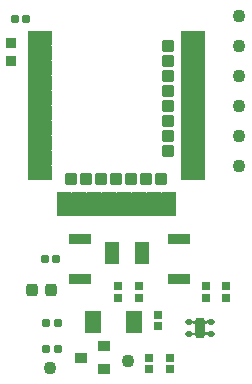
<source format=gbr>
G04 #@! TF.GenerationSoftware,KiCad,Pcbnew,7.0.1-0*
G04 #@! TF.CreationDate,2023-03-19T14:40:06+01:00*
G04 #@! TF.ProjectId,parasite,70617261-7369-4746-952e-6b696361645f,2.0.0*
G04 #@! TF.SameCoordinates,Original*
G04 #@! TF.FileFunction,Soldermask,Top*
G04 #@! TF.FilePolarity,Negative*
%FSLAX46Y46*%
G04 Gerber Fmt 4.6, Leading zero omitted, Abs format (unit mm)*
G04 Created by KiCad (PCBNEW 7.0.1-0) date 2023-03-19 14:40:06*
%MOMM*%
%LPD*%
G01*
G04 APERTURE LIST*
G04 Aperture macros list*
%AMRoundRect*
0 Rectangle with rounded corners*
0 $1 Rounding radius*
0 $2 $3 $4 $5 $6 $7 $8 $9 X,Y pos of 4 corners*
0 Add a 4 corners polygon primitive as box body*
4,1,4,$2,$3,$4,$5,$6,$7,$8,$9,$2,$3,0*
0 Add four circle primitives for the rounded corners*
1,1,$1+$1,$2,$3*
1,1,$1+$1,$4,$5*
1,1,$1+$1,$6,$7*
1,1,$1+$1,$8,$9*
0 Add four rect primitives between the rounded corners*
20,1,$1+$1,$2,$3,$4,$5,0*
20,1,$1+$1,$4,$5,$6,$7,0*
20,1,$1+$1,$6,$7,$8,$9,0*
20,1,$1+$1,$8,$9,$2,$3,0*%
G04 Aperture macros list end*
%ADD10RoundRect,0.051000X-0.850000X-0.400000X0.850000X-0.400000X0.850000X0.400000X-0.850000X0.400000X0*%
%ADD11RoundRect,0.198500X-0.172500X0.147500X-0.172500X-0.147500X0.172500X-0.147500X0.172500X0.147500X0*%
%ADD12RoundRect,0.198500X0.147500X0.172500X-0.147500X0.172500X-0.147500X-0.172500X0.147500X-0.172500X0*%
%ADD13RoundRect,0.051000X0.450000X0.400000X-0.450000X0.400000X-0.450000X-0.400000X0.450000X-0.400000X0*%
%ADD14RoundRect,0.198500X-0.147500X-0.172500X0.147500X-0.172500X0.147500X0.172500X-0.147500X0.172500X0*%
%ADD15C,1.102000*%
%ADD16RoundRect,0.198500X0.172500X-0.147500X0.172500X0.147500X-0.172500X0.147500X-0.172500X-0.147500X0*%
%ADD17RoundRect,0.051000X-0.500000X-0.900000X0.500000X-0.900000X0.500000X0.900000X-0.500000X0.900000X0*%
%ADD18RoundRect,0.269750X0.218750X0.256250X-0.218750X0.256250X-0.218750X-0.256250X0.218750X-0.256250X0*%
%ADD19RoundRect,0.138500X0.187500X0.087500X-0.187500X0.087500X-0.187500X-0.087500X0.187500X-0.087500X0*%
%ADD20RoundRect,0.226000X0.175000X0.625000X-0.175000X0.625000X-0.175000X-0.625000X0.175000X-0.625000X0*%
%ADD21RoundRect,0.051000X0.650000X0.850000X-0.650000X0.850000X-0.650000X-0.850000X0.650000X-0.850000X0*%
%ADD22RoundRect,0.051000X-1.000000X-0.500000X1.000000X-0.500000X1.000000X0.500000X-1.000000X0.500000X0*%
%ADD23RoundRect,0.051000X-0.500000X-1.000000X0.500000X-1.000000X0.500000X1.000000X-0.500000X1.000000X0*%
%ADD24RoundRect,0.051000X-0.450000X-0.450000X0.450000X-0.450000X0.450000X0.450000X-0.450000X0.450000X0*%
%ADD25RoundRect,0.051000X0.400000X-0.400000X0.400000X0.400000X-0.400000X0.400000X-0.400000X-0.400000X0*%
G04 APERTURE END LIST*
D10*
X63920000Y-48502000D03*
X63920000Y-51902000D03*
X72302000Y-51902000D03*
X72302000Y-48502000D03*
D11*
X69762000Y-58584000D03*
X69762000Y-59554000D03*
X71540000Y-58584000D03*
X71540000Y-59554000D03*
D12*
X62015000Y-57822000D03*
X61045000Y-57822000D03*
D13*
X65936000Y-59518000D03*
X65936000Y-57618000D03*
X63936000Y-58568000D03*
D14*
X61045000Y-55663000D03*
X62015000Y-55663000D03*
D15*
X77382000Y-34708000D03*
X77382000Y-37248000D03*
X67984000Y-58838000D03*
X61380000Y-59473000D03*
D12*
X61865000Y-50202000D03*
X60895000Y-50202000D03*
D16*
X70524000Y-55917000D03*
X70524000Y-54947000D03*
D17*
X69138500Y-49694000D03*
X66638500Y-49694000D03*
D18*
X61405500Y-52869000D03*
X59830500Y-52869000D03*
D11*
X68884500Y-52534000D03*
X68884500Y-53504000D03*
D16*
X67106500Y-53481000D03*
X67106500Y-52511000D03*
D11*
X74588000Y-52534000D03*
X74588000Y-53504000D03*
D16*
X76239000Y-53504000D03*
X76239000Y-52534000D03*
D19*
X75005000Y-56544000D03*
X75005000Y-55544000D03*
X73155000Y-55544000D03*
X73155000Y-56544000D03*
D20*
X74080000Y-56044000D03*
D21*
X68492000Y-55536000D03*
X64992000Y-55536000D03*
D15*
X77382000Y-42328000D03*
D22*
X60468000Y-31542550D03*
X60468000Y-32812550D03*
X60468000Y-34082550D03*
X60468000Y-35352550D03*
X60468000Y-36622550D03*
X60468000Y-37892550D03*
X60468000Y-39162550D03*
X60468000Y-40432550D03*
X60468000Y-41702550D03*
X60468000Y-42972550D03*
D23*
X62528000Y-45572550D03*
D24*
X63158000Y-43472550D03*
D23*
X63798000Y-45572550D03*
D24*
X64428000Y-43472550D03*
D23*
X65068000Y-45572550D03*
D24*
X65698000Y-43472550D03*
D23*
X66338000Y-45572550D03*
D24*
X66968000Y-43472550D03*
D23*
X67608000Y-45572550D03*
D24*
X68238000Y-43472550D03*
D23*
X68878000Y-45572550D03*
D24*
X69508000Y-43472550D03*
D23*
X70148000Y-45572550D03*
D24*
X70778000Y-43472550D03*
D23*
X71418000Y-45572550D03*
D22*
X73468000Y-42972550D03*
X73468000Y-41702550D03*
D24*
X71368000Y-41067550D03*
D22*
X73468000Y-40432550D03*
D24*
X71368000Y-39797550D03*
D22*
X73468000Y-39162550D03*
D24*
X71368000Y-38527550D03*
D22*
X73468000Y-37892550D03*
D24*
X71368000Y-37257550D03*
D22*
X73468000Y-36622550D03*
D24*
X71368000Y-35987550D03*
D22*
X73468000Y-35352550D03*
D24*
X71368000Y-34717550D03*
D22*
X73468000Y-34082550D03*
D24*
X71368000Y-33447550D03*
D22*
X73468000Y-32812550D03*
D24*
X71368000Y-32177550D03*
D22*
X73468000Y-31542550D03*
D12*
X59325000Y-29882000D03*
X58355000Y-29882000D03*
D25*
X58078000Y-33426000D03*
X58078000Y-31926000D03*
D15*
X77382000Y-32168000D03*
X77382000Y-29628000D03*
X77362000Y-39788000D03*
G36*
X74657585Y-56452044D02*
G01*
X74686656Y-56408537D01*
X74688188Y-56407652D01*
X74689823Y-56408329D01*
X74690281Y-56410038D01*
X74681000Y-56456699D01*
X74681000Y-56631301D01*
X74690280Y-56677956D01*
X74689822Y-56679665D01*
X74688187Y-56680342D01*
X74686655Y-56679457D01*
X74648026Y-56621645D01*
X74483172Y-56658890D01*
X74482979Y-56660221D01*
X74481829Y-56661753D01*
X74479918Y-56661615D01*
X74479000Y-56659933D01*
X74479000Y-56400566D01*
X74479809Y-56398960D01*
X74481581Y-56398652D01*
X74657585Y-56452044D01*
G37*
G36*
X73473344Y-55408543D02*
G01*
X73511968Y-55466348D01*
X73676814Y-55429117D01*
X73677021Y-55427699D01*
X73678172Y-55426168D01*
X73680082Y-55426306D01*
X73681000Y-55427988D01*
X73681000Y-56659992D01*
X73680082Y-56661674D01*
X73678172Y-56661812D01*
X73677021Y-56660280D01*
X73676817Y-56658882D01*
X73511967Y-56621648D01*
X73473345Y-56679452D01*
X73471813Y-56680337D01*
X73470178Y-56679660D01*
X73469720Y-56677951D01*
X73479000Y-56631301D01*
X73479000Y-56456699D01*
X73469719Y-56410045D01*
X73470177Y-56408336D01*
X73471812Y-56407659D01*
X73473344Y-56408544D01*
X73502409Y-56452044D01*
X73677000Y-56399084D01*
X73677000Y-55688916D01*
X73502409Y-55635955D01*
X73473345Y-55679454D01*
X73471813Y-55680339D01*
X73470178Y-55679662D01*
X73469720Y-55677953D01*
X73479000Y-55631301D01*
X73479000Y-55456699D01*
X73469719Y-55410044D01*
X73470177Y-55408335D01*
X73471812Y-55407658D01*
X73473344Y-55408543D01*
G37*
G36*
X74689822Y-55408333D02*
G01*
X74690280Y-55410042D01*
X74681000Y-55456699D01*
X74681000Y-55631301D01*
X74690280Y-55677955D01*
X74689822Y-55679664D01*
X74688187Y-55680341D01*
X74686655Y-55679456D01*
X74657588Y-55635953D01*
X74481581Y-55689345D01*
X74479809Y-55689037D01*
X74479000Y-55687431D01*
X74479000Y-55428067D01*
X74479918Y-55426385D01*
X74481829Y-55426247D01*
X74482979Y-55427779D01*
X74483172Y-55429109D01*
X74648026Y-55466354D01*
X74686655Y-55408541D01*
X74688187Y-55407656D01*
X74689822Y-55408333D01*
G37*
G36*
X70871161Y-44557867D02*
G01*
X70871619Y-44559576D01*
X70869000Y-44572749D01*
X70869000Y-46572351D01*
X70871618Y-46585517D01*
X70871160Y-46587226D01*
X70869525Y-46587903D01*
X70867993Y-46587018D01*
X70848746Y-46558211D01*
X70717254Y-46558211D01*
X70698006Y-46587017D01*
X70696474Y-46587902D01*
X70694839Y-46587225D01*
X70694381Y-46585516D01*
X70697000Y-46572351D01*
X70697000Y-44572749D01*
X70694380Y-44559577D01*
X70694838Y-44557868D01*
X70696473Y-44557191D01*
X70698005Y-44558076D01*
X70717256Y-44586888D01*
X70848744Y-44586888D01*
X70867994Y-44558075D01*
X70869526Y-44557190D01*
X70871161Y-44557867D01*
G37*
G36*
X69601161Y-44557867D02*
G01*
X69601619Y-44559576D01*
X69599000Y-44572749D01*
X69599000Y-46572351D01*
X69601618Y-46585517D01*
X69601160Y-46587226D01*
X69599525Y-46587903D01*
X69597993Y-46587018D01*
X69578746Y-46558211D01*
X69447254Y-46558211D01*
X69428006Y-46587017D01*
X69426474Y-46587902D01*
X69424839Y-46587225D01*
X69424381Y-46585516D01*
X69427000Y-46572351D01*
X69427000Y-44572749D01*
X69424380Y-44559577D01*
X69424838Y-44557868D01*
X69426473Y-44557191D01*
X69428005Y-44558076D01*
X69447256Y-44586888D01*
X69578744Y-44586888D01*
X69597994Y-44558075D01*
X69599526Y-44557190D01*
X69601161Y-44557867D01*
G37*
G36*
X68331161Y-44557867D02*
G01*
X68331619Y-44559576D01*
X68329000Y-44572749D01*
X68329000Y-46572351D01*
X68331618Y-46585517D01*
X68331160Y-46587226D01*
X68329525Y-46587903D01*
X68327993Y-46587018D01*
X68308746Y-46558211D01*
X68177254Y-46558211D01*
X68158006Y-46587017D01*
X68156474Y-46587902D01*
X68154839Y-46587225D01*
X68154381Y-46585516D01*
X68157000Y-46572351D01*
X68157000Y-44572749D01*
X68154380Y-44559577D01*
X68154838Y-44557868D01*
X68156473Y-44557191D01*
X68158005Y-44558076D01*
X68177256Y-44586888D01*
X68308744Y-44586888D01*
X68327994Y-44558075D01*
X68329526Y-44557190D01*
X68331161Y-44557867D01*
G37*
G36*
X67061161Y-44557867D02*
G01*
X67061619Y-44559576D01*
X67059000Y-44572749D01*
X67059000Y-46572351D01*
X67061618Y-46585517D01*
X67061160Y-46587226D01*
X67059525Y-46587903D01*
X67057993Y-46587018D01*
X67038746Y-46558211D01*
X66907254Y-46558211D01*
X66888006Y-46587017D01*
X66886474Y-46587902D01*
X66884839Y-46587225D01*
X66884381Y-46585516D01*
X66887000Y-46572351D01*
X66887000Y-44572749D01*
X66884380Y-44559577D01*
X66884838Y-44557868D01*
X66886473Y-44557191D01*
X66888005Y-44558076D01*
X66907256Y-44586888D01*
X67038744Y-44586888D01*
X67057994Y-44558075D01*
X67059526Y-44557190D01*
X67061161Y-44557867D01*
G37*
G36*
X65791161Y-44557867D02*
G01*
X65791619Y-44559576D01*
X65789000Y-44572749D01*
X65789000Y-46572351D01*
X65791618Y-46585517D01*
X65791160Y-46587226D01*
X65789525Y-46587903D01*
X65787993Y-46587018D01*
X65768746Y-46558211D01*
X65637254Y-46558211D01*
X65618006Y-46587017D01*
X65616474Y-46587902D01*
X65614839Y-46587225D01*
X65614381Y-46585516D01*
X65617000Y-46572351D01*
X65617000Y-44572749D01*
X65614380Y-44559577D01*
X65614838Y-44557868D01*
X65616473Y-44557191D01*
X65618005Y-44558076D01*
X65637256Y-44586888D01*
X65768744Y-44586888D01*
X65787994Y-44558075D01*
X65789526Y-44557190D01*
X65791161Y-44557867D01*
G37*
G36*
X64521161Y-44557867D02*
G01*
X64521619Y-44559576D01*
X64519000Y-44572749D01*
X64519000Y-46572351D01*
X64521618Y-46585517D01*
X64521160Y-46587226D01*
X64519525Y-46587903D01*
X64517993Y-46587018D01*
X64498746Y-46558211D01*
X64367254Y-46558211D01*
X64348006Y-46587017D01*
X64346474Y-46587902D01*
X64344839Y-46587225D01*
X64344381Y-46585516D01*
X64347000Y-46572351D01*
X64347000Y-44572749D01*
X64344380Y-44559577D01*
X64344838Y-44557868D01*
X64346473Y-44557191D01*
X64348005Y-44558076D01*
X64367256Y-44586888D01*
X64498744Y-44586888D01*
X64517994Y-44558075D01*
X64519526Y-44557190D01*
X64521161Y-44557867D01*
G37*
G36*
X63251161Y-44557867D02*
G01*
X63251619Y-44559576D01*
X63249000Y-44572749D01*
X63249000Y-46572351D01*
X63251618Y-46585517D01*
X63251160Y-46587226D01*
X63249525Y-46587903D01*
X63247993Y-46587018D01*
X63228746Y-46558211D01*
X63097254Y-46558211D01*
X63078006Y-46587017D01*
X63076474Y-46587902D01*
X63074839Y-46587225D01*
X63074381Y-46585516D01*
X63077000Y-46572351D01*
X63077000Y-44572749D01*
X63074380Y-44559577D01*
X63074838Y-44557868D01*
X63076473Y-44557191D01*
X63078005Y-44558076D01*
X63097256Y-44586888D01*
X63228744Y-44586888D01*
X63247994Y-44558075D01*
X63249526Y-44557190D01*
X63251161Y-44557867D01*
G37*
G36*
X72468199Y-42251550D02*
G01*
X74467801Y-42251550D01*
X74480966Y-42248931D01*
X74482675Y-42249389D01*
X74483352Y-42251024D01*
X74482467Y-42252556D01*
X74453661Y-42271804D01*
X74453661Y-42403296D01*
X74482468Y-42422543D01*
X74483353Y-42424075D01*
X74482676Y-42425710D01*
X74480967Y-42426168D01*
X74467801Y-42423550D01*
X72468199Y-42423550D01*
X72455026Y-42426169D01*
X72453317Y-42425711D01*
X72452640Y-42424076D01*
X72453525Y-42422544D01*
X72482338Y-42403294D01*
X72482338Y-42271806D01*
X72453526Y-42252555D01*
X72452641Y-42251023D01*
X72453318Y-42249388D01*
X72455027Y-42248930D01*
X72468199Y-42251550D01*
G37*
G36*
X59468199Y-42251550D02*
G01*
X61467801Y-42251550D01*
X61480966Y-42248931D01*
X61482675Y-42249389D01*
X61483352Y-42251024D01*
X61482467Y-42252556D01*
X61453661Y-42271804D01*
X61453661Y-42403296D01*
X61482468Y-42422543D01*
X61483353Y-42424075D01*
X61482676Y-42425710D01*
X61480967Y-42426168D01*
X61467801Y-42423550D01*
X59468199Y-42423550D01*
X59455026Y-42426169D01*
X59453317Y-42425711D01*
X59452640Y-42424076D01*
X59453525Y-42422544D01*
X59482338Y-42403294D01*
X59482338Y-42271806D01*
X59453526Y-42252555D01*
X59452641Y-42251023D01*
X59453318Y-42249388D01*
X59455027Y-42248930D01*
X59468199Y-42251550D01*
G37*
G36*
X72468199Y-40981550D02*
G01*
X74467801Y-40981550D01*
X74480966Y-40978931D01*
X74482675Y-40979389D01*
X74483352Y-40981024D01*
X74482467Y-40982556D01*
X74453661Y-41001804D01*
X74453661Y-41133296D01*
X74482468Y-41152543D01*
X74483353Y-41154075D01*
X74482676Y-41155710D01*
X74480967Y-41156168D01*
X74467801Y-41153550D01*
X72468199Y-41153550D01*
X72455026Y-41156169D01*
X72453317Y-41155711D01*
X72452640Y-41154076D01*
X72453525Y-41152544D01*
X72482338Y-41133294D01*
X72482338Y-41001806D01*
X72453526Y-40982555D01*
X72452641Y-40981023D01*
X72453318Y-40979388D01*
X72455027Y-40978930D01*
X72468199Y-40981550D01*
G37*
G36*
X59468199Y-40981550D02*
G01*
X61467801Y-40981550D01*
X61480966Y-40978931D01*
X61482675Y-40979389D01*
X61483352Y-40981024D01*
X61482467Y-40982556D01*
X61453661Y-41001804D01*
X61453661Y-41133296D01*
X61482468Y-41152543D01*
X61483353Y-41154075D01*
X61482676Y-41155710D01*
X61480967Y-41156168D01*
X61467801Y-41153550D01*
X59468199Y-41153550D01*
X59455026Y-41156169D01*
X59453317Y-41155711D01*
X59452640Y-41154076D01*
X59453525Y-41152544D01*
X59482338Y-41133294D01*
X59482338Y-41001806D01*
X59453526Y-40982555D01*
X59452641Y-40981023D01*
X59453318Y-40979388D01*
X59455027Y-40978930D01*
X59468199Y-40981550D01*
G37*
G36*
X72468199Y-39711550D02*
G01*
X74467801Y-39711550D01*
X74480960Y-39708932D01*
X74482669Y-39709390D01*
X74483346Y-39711025D01*
X74482461Y-39712557D01*
X74453663Y-39731797D01*
X74453658Y-39863290D01*
X74482474Y-39882545D01*
X74483359Y-39884077D01*
X74482682Y-39885712D01*
X74480973Y-39886170D01*
X74467801Y-39883550D01*
X72468199Y-39883550D01*
X72455020Y-39886171D01*
X72453311Y-39885713D01*
X72452634Y-39884078D01*
X72453519Y-39882546D01*
X72482340Y-39863287D01*
X72482335Y-39731800D01*
X72453533Y-39712556D01*
X72452648Y-39711024D01*
X72453325Y-39709389D01*
X72455034Y-39708931D01*
X72468199Y-39711550D01*
G37*
G36*
X59468199Y-39711550D02*
G01*
X61467801Y-39711550D01*
X61480960Y-39708932D01*
X61482669Y-39709390D01*
X61483346Y-39711025D01*
X61482461Y-39712557D01*
X61453663Y-39731797D01*
X61453658Y-39863290D01*
X61482474Y-39882545D01*
X61483359Y-39884077D01*
X61482682Y-39885712D01*
X61480973Y-39886170D01*
X61467801Y-39883550D01*
X59468199Y-39883550D01*
X59455020Y-39886171D01*
X59453311Y-39885713D01*
X59452634Y-39884078D01*
X59453519Y-39882546D01*
X59482340Y-39863287D01*
X59482335Y-39731800D01*
X59453533Y-39712556D01*
X59452648Y-39711024D01*
X59453325Y-39709389D01*
X59455034Y-39708931D01*
X59468199Y-39711550D01*
G37*
G36*
X72468199Y-38441550D02*
G01*
X74467801Y-38441550D01*
X74480966Y-38438931D01*
X74482675Y-38439389D01*
X74483352Y-38441024D01*
X74482467Y-38442556D01*
X74453661Y-38461804D01*
X74453661Y-38593296D01*
X74482468Y-38612543D01*
X74483353Y-38614075D01*
X74482676Y-38615710D01*
X74480967Y-38616168D01*
X74467801Y-38613550D01*
X72468199Y-38613550D01*
X72455026Y-38616169D01*
X72453317Y-38615711D01*
X72452640Y-38614076D01*
X72453525Y-38612544D01*
X72482338Y-38593294D01*
X72482338Y-38461806D01*
X72453526Y-38442555D01*
X72452641Y-38441023D01*
X72453318Y-38439388D01*
X72455027Y-38438930D01*
X72468199Y-38441550D01*
G37*
G36*
X59468199Y-38441550D02*
G01*
X61467801Y-38441550D01*
X61480966Y-38438931D01*
X61482675Y-38439389D01*
X61483352Y-38441024D01*
X61482467Y-38442556D01*
X61453661Y-38461804D01*
X61453661Y-38593296D01*
X61482468Y-38612543D01*
X61483353Y-38614075D01*
X61482676Y-38615710D01*
X61480967Y-38616168D01*
X61467801Y-38613550D01*
X59468199Y-38613550D01*
X59455026Y-38616169D01*
X59453317Y-38615711D01*
X59452640Y-38614076D01*
X59453525Y-38612544D01*
X59482338Y-38593294D01*
X59482338Y-38461806D01*
X59453526Y-38442555D01*
X59452641Y-38441023D01*
X59453318Y-38439388D01*
X59455027Y-38438930D01*
X59468199Y-38441550D01*
G37*
G36*
X72468199Y-37171550D02*
G01*
X74467801Y-37171550D01*
X74480966Y-37168931D01*
X74482675Y-37169389D01*
X74483352Y-37171024D01*
X74482467Y-37172556D01*
X74453661Y-37191804D01*
X74453661Y-37323296D01*
X74482468Y-37342543D01*
X74483353Y-37344075D01*
X74482676Y-37345710D01*
X74480967Y-37346168D01*
X74467801Y-37343550D01*
X72468199Y-37343550D01*
X72455026Y-37346169D01*
X72453317Y-37345711D01*
X72452640Y-37344076D01*
X72453525Y-37342544D01*
X72482338Y-37323294D01*
X72482338Y-37191806D01*
X72453526Y-37172555D01*
X72452641Y-37171023D01*
X72453318Y-37169388D01*
X72455027Y-37168930D01*
X72468199Y-37171550D01*
G37*
G36*
X59468199Y-37171550D02*
G01*
X61467801Y-37171550D01*
X61480966Y-37168931D01*
X61482675Y-37169389D01*
X61483352Y-37171024D01*
X61482467Y-37172556D01*
X61453661Y-37191804D01*
X61453661Y-37323296D01*
X61482468Y-37342543D01*
X61483353Y-37344075D01*
X61482676Y-37345710D01*
X61480967Y-37346168D01*
X61467801Y-37343550D01*
X59468199Y-37343550D01*
X59455026Y-37346169D01*
X59453317Y-37345711D01*
X59452640Y-37344076D01*
X59453525Y-37342544D01*
X59482338Y-37323294D01*
X59482338Y-37191806D01*
X59453526Y-37172555D01*
X59452641Y-37171023D01*
X59453318Y-37169388D01*
X59455027Y-37168930D01*
X59468199Y-37171550D01*
G37*
G36*
X72468199Y-35901550D02*
G01*
X74467801Y-35901550D01*
X74480960Y-35898932D01*
X74482669Y-35899390D01*
X74483346Y-35901025D01*
X74482461Y-35902557D01*
X74453663Y-35921797D01*
X74453658Y-36053290D01*
X74482474Y-36072545D01*
X74483359Y-36074077D01*
X74482682Y-36075712D01*
X74480973Y-36076170D01*
X74467801Y-36073550D01*
X72468199Y-36073550D01*
X72455020Y-36076171D01*
X72453311Y-36075713D01*
X72452634Y-36074078D01*
X72453519Y-36072546D01*
X72482340Y-36053287D01*
X72482335Y-35921800D01*
X72453533Y-35902556D01*
X72452648Y-35901024D01*
X72453325Y-35899389D01*
X72455034Y-35898931D01*
X72468199Y-35901550D01*
G37*
G36*
X59468199Y-35901550D02*
G01*
X61467801Y-35901550D01*
X61480960Y-35898932D01*
X61482669Y-35899390D01*
X61483346Y-35901025D01*
X61482461Y-35902557D01*
X61453663Y-35921797D01*
X61453658Y-36053290D01*
X61482474Y-36072545D01*
X61483359Y-36074077D01*
X61482682Y-36075712D01*
X61480973Y-36076170D01*
X61467801Y-36073550D01*
X59468199Y-36073550D01*
X59455020Y-36076171D01*
X59453311Y-36075713D01*
X59452634Y-36074078D01*
X59453519Y-36072546D01*
X59482340Y-36053287D01*
X59482335Y-35921800D01*
X59453533Y-35902556D01*
X59452648Y-35901024D01*
X59453325Y-35899389D01*
X59455034Y-35898931D01*
X59468199Y-35901550D01*
G37*
G36*
X72468199Y-34631550D02*
G01*
X74467801Y-34631550D01*
X74480966Y-34628931D01*
X74482675Y-34629389D01*
X74483352Y-34631024D01*
X74482467Y-34632556D01*
X74453661Y-34651804D01*
X74453661Y-34783296D01*
X74482468Y-34802543D01*
X74483353Y-34804075D01*
X74482676Y-34805710D01*
X74480967Y-34806168D01*
X74467801Y-34803550D01*
X72468199Y-34803550D01*
X72455026Y-34806169D01*
X72453317Y-34805711D01*
X72452640Y-34804076D01*
X72453525Y-34802544D01*
X72482338Y-34783294D01*
X72482338Y-34651806D01*
X72453526Y-34632555D01*
X72452641Y-34631023D01*
X72453318Y-34629388D01*
X72455027Y-34628930D01*
X72468199Y-34631550D01*
G37*
G36*
X59468199Y-34631550D02*
G01*
X61467801Y-34631550D01*
X61480966Y-34628931D01*
X61482675Y-34629389D01*
X61483352Y-34631024D01*
X61482467Y-34632556D01*
X61453661Y-34651804D01*
X61453661Y-34783296D01*
X61482468Y-34802543D01*
X61483353Y-34804075D01*
X61482676Y-34805710D01*
X61480967Y-34806168D01*
X61467801Y-34803550D01*
X59468199Y-34803550D01*
X59455026Y-34806169D01*
X59453317Y-34805711D01*
X59452640Y-34804076D01*
X59453525Y-34802544D01*
X59482338Y-34783294D01*
X59482338Y-34651806D01*
X59453526Y-34632555D01*
X59452641Y-34631023D01*
X59453318Y-34629388D01*
X59455027Y-34628930D01*
X59468199Y-34631550D01*
G37*
G36*
X72468199Y-33361550D02*
G01*
X74467801Y-33361550D01*
X74480966Y-33358931D01*
X74482675Y-33359389D01*
X74483352Y-33361024D01*
X74482467Y-33362556D01*
X74453661Y-33381804D01*
X74453661Y-33513296D01*
X74482468Y-33532543D01*
X74483353Y-33534075D01*
X74482676Y-33535710D01*
X74480967Y-33536168D01*
X74467801Y-33533550D01*
X72468199Y-33533550D01*
X72455026Y-33536169D01*
X72453317Y-33535711D01*
X72452640Y-33534076D01*
X72453525Y-33532544D01*
X72482338Y-33513294D01*
X72482338Y-33381806D01*
X72453526Y-33362555D01*
X72452641Y-33361023D01*
X72453318Y-33359388D01*
X72455027Y-33358930D01*
X72468199Y-33361550D01*
G37*
G36*
X59468199Y-33361550D02*
G01*
X61467801Y-33361550D01*
X61480966Y-33358931D01*
X61482675Y-33359389D01*
X61483352Y-33361024D01*
X61482467Y-33362556D01*
X61453661Y-33381804D01*
X61453661Y-33513296D01*
X61482468Y-33532543D01*
X61483353Y-33534075D01*
X61482676Y-33535710D01*
X61480967Y-33536168D01*
X61467801Y-33533550D01*
X59468199Y-33533550D01*
X59455026Y-33536169D01*
X59453317Y-33535711D01*
X59452640Y-33534076D01*
X59453525Y-33532544D01*
X59482338Y-33513294D01*
X59482338Y-33381806D01*
X59453526Y-33362555D01*
X59452641Y-33361023D01*
X59453318Y-33359388D01*
X59455027Y-33358930D01*
X59468199Y-33361550D01*
G37*
G36*
X72468199Y-32091550D02*
G01*
X74467801Y-32091550D01*
X74480966Y-32088931D01*
X74482675Y-32089389D01*
X74483352Y-32091024D01*
X74482467Y-32092556D01*
X74453661Y-32111804D01*
X74453661Y-32243296D01*
X74482468Y-32262543D01*
X74483353Y-32264075D01*
X74482676Y-32265710D01*
X74480967Y-32266168D01*
X74467801Y-32263550D01*
X72468199Y-32263550D01*
X72455026Y-32266169D01*
X72453317Y-32265711D01*
X72452640Y-32264076D01*
X72453525Y-32262544D01*
X72482338Y-32243294D01*
X72482338Y-32111806D01*
X72453526Y-32092555D01*
X72452641Y-32091023D01*
X72453318Y-32089388D01*
X72455027Y-32088930D01*
X72468199Y-32091550D01*
G37*
G36*
X59468199Y-32091550D02*
G01*
X61467801Y-32091550D01*
X61480966Y-32088931D01*
X61482675Y-32089389D01*
X61483352Y-32091024D01*
X61482467Y-32092556D01*
X61453661Y-32111804D01*
X61453661Y-32243296D01*
X61482468Y-32262543D01*
X61483353Y-32264075D01*
X61482676Y-32265710D01*
X61480967Y-32266168D01*
X61467801Y-32263550D01*
X59468199Y-32263550D01*
X59455026Y-32266169D01*
X59453317Y-32265711D01*
X59452640Y-32264076D01*
X59453525Y-32262544D01*
X59482338Y-32243294D01*
X59482338Y-32111806D01*
X59453526Y-32092555D01*
X59452641Y-32091023D01*
X59453318Y-32089388D01*
X59455027Y-32088930D01*
X59468199Y-32091550D01*
G37*
M02*

</source>
